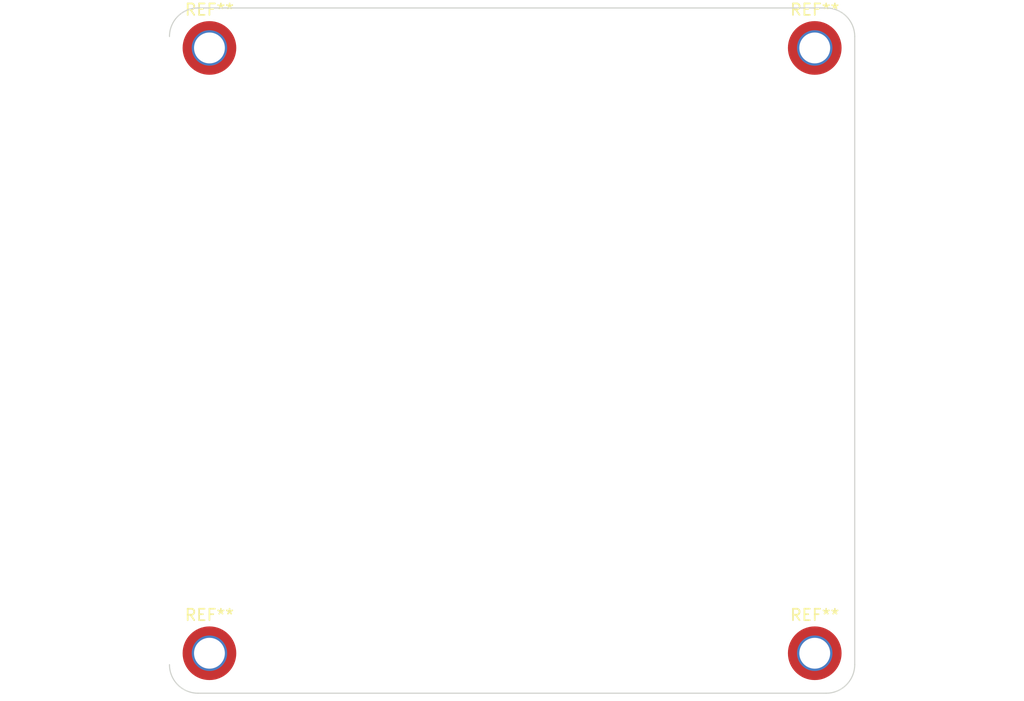
<source format=kicad_pcb>
(kicad_pcb (version 20211014) (generator pcbnew)
  (layers (0 "F.Cu" signal) (31 "B.Cu" signal) (34 "B.Paste" user) (35 "F.Paste" user) (36 "B.SilkS" user "B.Silkscreen") (37 "F.SilkS" user "F.Silkscreen") (38 "B.Mask" user) (39 "F.Mask" user) (44 "Edge.Cuts" user))
  (net 0 "")
  (footprint "MountingHole:MountingHole_2.7mm_M2.5_DIN965_Pad_TopOnly" (layer "F.Cu") (at 56.5 56.5)
    (fp_text reference "REF**" (at 0 -3.35) (layer "F.SilkS"))
    (fp_text value "MountingHole_2.7mm_M2.5_DIN965_Pad_TopOnly")
    (pad "1" thru_hole circle (at 0 0) (size 3.1 3.1) (drill 2.7) (layers *.Cu *.Mask))
    (pad "1" connect circle (at 0 0) (size 4.7 4.7) (layers "F.Cu" "F.Mask"))
  )
  (footprint "MountingHole:MountingHole_2.7mm_M2.5_DIN965_Pad_TopOnly" (layer "F.Cu") (at 3.5 3.5)
    (fp_text reference "REF**" (at 0 -3.35) (layer "F.SilkS"))
    (fp_text value "MountingHole_2.7mm_M2.5_DIN965_Pad_TopOnly")
    (pad "1" connect circle (at 0 0) (size 4.7 4.7) (layers "F.Cu" "F.Mask"))
    (pad "1" thru_hole circle (at 0 0) (size 3.1 3.1) (drill 2.7) (layers *.Cu *.Mask))
  )
  (footprint "MountingHole:MountingHole_2.7mm_M2.5_DIN965_Pad_TopOnly" (layer "F.Cu") (at 3.5 56.5)
    (fp_text reference "REF**" (at 0 -3.35) (layer "F.SilkS"))
    (fp_text value "MountingHole_2.7mm_M2.5_DIN965_Pad_TopOnly")
    (pad "1" thru_hole circle (at 0 0) (size 3.1 3.1) (drill 2.7) (layers *.Cu *.Mask))
    (pad "1" connect circle (at 0 0) (size 4.7 4.7) (layers "F.Cu" "F.Mask"))
  )
  (footprint "MountingHole:MountingHole_2.7mm_M2.5_DIN965_Pad_TopOnly" (layer "F.Cu") (at 56.5 3.5)
    (fp_text reference "REF**" (at 0 -3.35) (layer "F.SilkS"))
    (fp_text value "MountingHole_2.7mm_M2.5_DIN965_Pad_TopOnly")
    (pad "1" thru_hole circle (at 0 0) (size 3.1 3.1) (drill 2.7) (layers *.Cu *.Mask))
    (pad "1" connect circle (at 0 0) (size 4.7 4.7) (layers "F.Cu" "F.Mask"))
  )
  (gr_arc (start 57.5 0) (mid 59.267767 0.732233) (end 60 2.5) (layer "Edge.Cuts") (width 0.1))
  (gr_line (start 2.5 60) (end 57.5 60) (layer "Edge.Cuts") (width 0.1))
  (gr_line (start 60 57.5) (end 60 2.5) (layer "Edge.Cuts") (width 0.1))
  (gr_line (start 57.5 0) (end 2.5 0) (layer "Edge.Cuts") (width 0.1))
  (gr_arc (start 2.5 60) (mid 0.732233 59.267767) (end 0 57.5) (layer "Edge.Cuts") (width 0.1))
  (gr_arc (start 60 57.5) (mid 59.267767 59.267767) (end 57.5 60) (layer "Edge.Cuts") (width 0.1))
  (gr_arc (start 0 2.5) (mid 0.732233 0.732233) (end 2.5 0) (layer "Edge.Cuts") (width 0.1))
)
</source>
